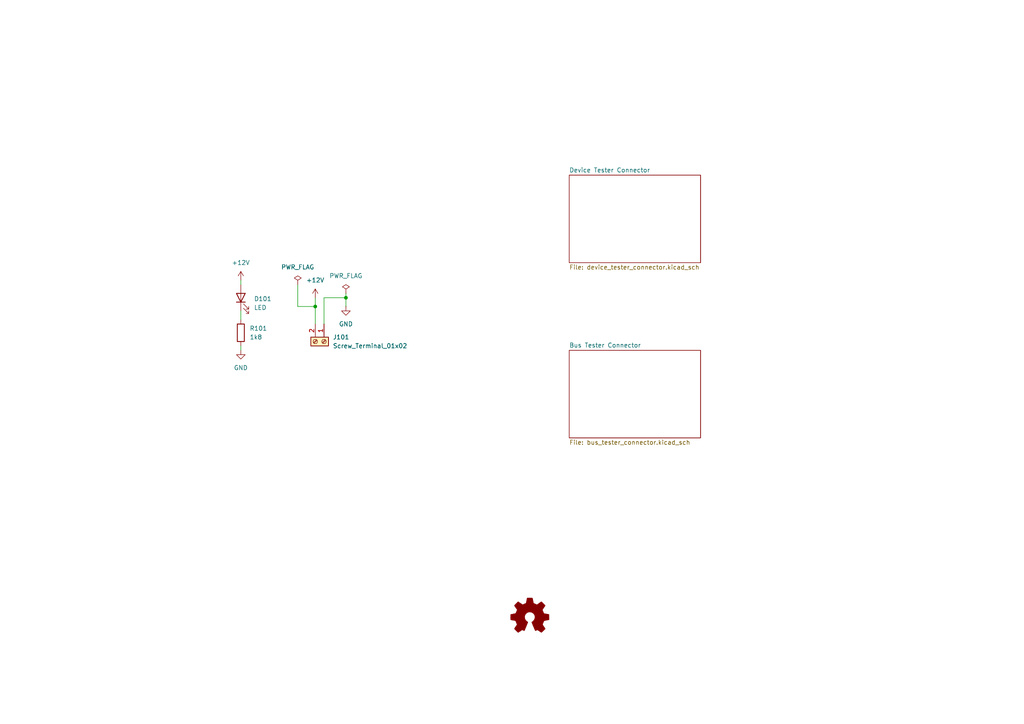
<source format=kicad_sch>
(kicad_sch (version 20231120) (generator "eeschema") (generator_version "8.0")
  (paper "A4")
  (title_block (title "Device Tester") (rev "<<HASH>>") (company "Amateurfunkclub für Remote Stationen"))
  (lib_symbols
    (symbol "Connector:Screw_Terminal_01x02" (pin_names (offset 1.016) hide)
      (property "Reference" "J" (at 0 2.54 0))
      (property "Value" "Screw_Terminal_01x02" (at 0 -5.08 0))
      (symbol "Screw_Terminal_01x02_1_1"
        (rectangle (start -1.27 1.27) (end 1.27 -3.81) (stroke (width 0.254)) (fill (type background)))
        (circle (center 0 -2.54) (radius 0.635) (stroke (width 0.1524)))
        (polyline (pts (xy -0.5334 -2.2098) (xy 0.3302 -3.048)) (stroke (width 0.1524)))
        (polyline (pts (xy -0.5334 0.3302) (xy 0.3302 -0.508)) (stroke (width 0.1524)))
        (polyline (pts (xy -0.3556 -2.032) (xy 0.508 -2.8702)) (stroke (width 0.1524)))
        (polyline (pts (xy -0.3556 0.508) (xy 0.508 -0.3302)) (stroke (width 0.1524)))
        (circle (center 0 0) (radius 0.635) (stroke (width 0.1524)))
        (pin passive line (at -5.08 0 0) (length 3.81) (name "Pin_1") (number "1"))
        (pin passive line (at -5.08 -2.54 0) (length 3.81) (name "Pin_2") (number "2"))
      )
    )
    (symbol "Device:LED" (pin_numbers hide) (pin_names (offset 1.016) hide)
      (property "Reference" "D" (at 0 2.54 0))
      (property "Value" "LED" (at 0 -2.54 0))
      (symbol "LED_0_1"
        (polyline (pts (xy -1.27 -1.27) (xy -1.27 1.27)) (stroke (width 0.254)))
        (polyline (pts (xy -1.27 0) (xy 1.27 0)))
        (polyline (pts (xy 1.27 -1.27) (xy 1.27 1.27) (xy -1.27 0) (xy 1.27 -1.27)) (stroke (width 0.254)))
        (polyline (pts (xy -3.048 -0.762) (xy -4.572 -2.286) (xy -3.81 -2.286) (xy -4.572 -2.286) (xy -4.572 -1.524)))
        (polyline (pts (xy -1.778 -0.762) (xy -3.302 -2.286) (xy -2.54 -2.286) (xy -3.302 -2.286) (xy -3.302 -1.524)))
      )
      (symbol "LED_1_1"
        (pin passive line (at -3.81 0 0) (length 2.54) (name "K") (number "1"))
        (pin passive line (at 3.81 0 180) (length 2.54) (name "A") (number "2"))
      )
    )
    (symbol "Device:R" (pin_numbers hide) (pin_names (offset 0))
      (property "Reference" "R" (at 2.032 0 90))
      (property "Value" "R" (at 0 0 90))
      (symbol "R_0_1"
        (rectangle (start -1.016 -2.54) (end 1.016 2.54) (stroke (width 0.254)))
      )
      (symbol "R_1_1"
        (pin passive line (at 0 3.81 270) (length 1.27) (name "~") (number "1"))
        (pin passive line (at 0 -3.81 90) (length 1.27) (name "~") (number "2"))
      )
    )
    (symbol "Graphic:Logo_Open_Hardware_Small" (in_bom no) (on_board no)
      (symbol "Logo_Open_Hardware_Small_0_1"
        (polyline (pts (xy 3.3528 -4.3434) (xy 3.302 -4.318) (xy 3.175 -4.2418) (xy 2.9972 -4.1148) (xy 2.7686 -3.9624) (xy 2.54 -3.81) (xy 2.3622 -3.7084) (xy 2.2352 -3.6068) (xy 2.1844 -3.5814) (xy 2.159 -3.6068) (xy 2.0574 -3.6576) (xy 1.905 -3.7338) (xy 1.8034 -3.7846) (xy 1.6764 -3.8354) (xy 1.6002 -3.8354) (xy 1.6002 -3.8354) (xy 1.5494 -3.7338) (xy 1.4732 -3.5306) (xy 1.3462 -3.302) (xy 1.2446 -3.0226) (xy 1.1176 -2.7178) (xy 0.9652 -2.413) (xy 0.8636 -2.1082) (xy 0.7366 -1.8288) (xy 0.6604 -1.6256) (xy 0.6096 -1.4732) (xy 0.5842 -1.397) (xy 0.5842 -1.397) (xy 0.6604 -1.3208) (xy 0.7874 -1.2446) (xy 1.0414 -1.016) (xy 1.2954 -0.6858) (xy 1.4478 -0.3302) (xy 1.524 0.0762) (xy 1.4732 0.4572) (xy 1.3208 0.8128) (xy 1.0668 1.143) (xy 0.762 1.3716) (xy 0.4064 1.524) (xy 0 1.5748) (xy -0.381 1.5494) (xy -0.7366 1.397) (xy -1.0668 1.143) (xy -1.2192 0.9906) (xy -1.397 0.6604) (xy -1.524 0.3048) (xy -1.524 0.2286) (xy -1.4986 -0.1778) (xy -1.397 -0.5334) (xy -1.1938 -0.8636) (xy -0.9144 -1.143) (xy -0.8636 -1.1684) (xy -0.7366 -1.27) (xy -0.635 -1.3462) (xy -0.5842 -1.397) (xy -1.0668 -2.5908) (xy -1.143 -2.794) (xy -1.2954 -3.1242) (xy -1.397 -3.4036) (xy -1.4986 -3.6322) (xy -1.5748 -3.7846) (xy -1.6002 -3.8354) (xy -1.6002 -3.8354) (xy -1.651 -3.8354) (xy -1.7272 -3.81) (xy -1.905 -3.7338) (xy -2.0066 -3.683) (xy -2.1336 -3.6068) (xy -2.2098 -3.5814) (xy -2.2606 -3.6068) (xy -2.3622 -3.683) (xy -2.54 -3.81) (xy -2.7686 -3.9624) (xy -2.9718 -4.0894) (xy -3.1496 -4.2164) (xy -3.302 -4.318) (xy -3.3528 -4.3434) (xy -3.3782 -4.3434) (xy -3.429 -4.318) (xy -3.5306 -4.2164) (xy -3.7084 -4.064) (xy -3.937 -3.8354) (xy -3.9624 -3.81) (xy -4.1656 -3.6068) (xy -4.318 -3.4544) (xy -4.4196 -3.3274) (xy -4.445 -3.2766) (xy -4.445 -3.2766) (xy -4.4196 -3.2258) (xy -4.318 -3.0734) (xy -4.2164 -2.8956) (xy -4.064 -2.667) (xy -3.6576 -2.0828) (xy -3.8862 -1.5494) (xy -3.937 -1.3716) (xy -4.0386 -1.1684) (xy -4.0894 -1.0414) (xy -4.1148 -0.9652) (xy -4.191 -0.9398) (xy -4.318 -0.9144) (xy -4.5466 -0.8636) (xy -4.8006 -0.8128) (xy -5.0546 -0.7874) (xy -5.2578 -0.7366) (xy -5.4356 -0.7112) (xy -5.5118 -0.6858) (xy -5.5118 -0.6858) (xy -5.5372 -0.635) (xy -5.5372 -0.5588) (xy -5.5372 -0.4318) (xy -5.5626 -0.2286) (xy -5.5626 0.0762) (xy -5.5626 0.127) (xy -5.5372 0.4064) (xy -5.5372 0.635) (xy -5.5372 0.762) (xy -5.5372 0.8382) (xy -5.5372 0.8382) (xy -5.461 0.8382) (xy -5.3086 0.889) (xy -5.08 0.9144) (xy -4.826 0.9652) (xy -4.8006 0.9906) (xy -4.5466 1.0414) (xy -4.318 1.0668) (xy -4.1656 1.1176) (xy -4.0894 1.143) (xy -4.0894 1.143) (xy -4.0386 1.2446) (xy -3.9624 1.4224) (xy -3.8608 1.6256) (xy -3.7846 1.8288) (xy -3.7084 2.0066) (xy -3.6576 2.159) (xy -3.6322 2.2098) (xy -3.6322 2.2098) (xy -3.683 2.286) (xy -3.7592 2.413) (xy -3.8862 2.5908) (xy -4.064 2.8194) (xy -4.064 2.8448) (xy -4.2164 3.0734) (xy -4.3434 3.2512) (xy -4.4196 3.3782) (xy -4.445 3.4544) (xy -4.445 3.4544) (xy -4.3942 3.5052) (xy -4.2926 3.6322) (xy -4.1148 3.81) (xy -3.937 4.0132) (xy -3.8608 4.064) (xy -3.6576 4.2926) (xy -3.5052 4.4196) (xy -3.4036 4.4958) (xy -3.3528 4.5212) (xy -3.3528 4.5212) (xy -3.302 4.4704) (xy -3.1496 4.3688) (xy -2.9718 4.2418) (xy -2.7432 4.0894) (xy -2.7178 4.0894) (xy -2.4892 3.937) (xy -2.3114 3.81) (xy -2.1844 3.7084) (xy -2.1336 3.683) (xy -2.1082 3.683) (xy -2.032 3.7084) (xy -1.8542 3.7592) (xy -1.6764 3.8354) (xy -1.4732 3.937) (xy -1.27 4.0132) (xy -1.143 4.064) (xy -1.0668 4.1148) (xy -1.0668 4.1148) (xy -1.0414 4.191) (xy -1.016 4.3434) (xy -0.9652 4.572) (xy -0.9144 4.8514) (xy -0.889 4.9022) (xy -0.8382 5.1562) (xy -0.8128 5.3848) (xy -0.7874 5.5372) (xy -0.762 5.588) (xy -0.7112 5.6134) (xy -0.5842 5.6134) (xy -0.4064 5.6134) (xy -0.1524 5.6134) (xy 0.0762 5.6134) (xy 0.3302 5.6134) (xy 0.5334 5.6134) (xy 0.6858 5.588) (xy 0.7366 5.588) (xy 0.7366 5.588) (xy 0.762 5.5118) (xy 0.8128 5.334) (xy 0.8382 5.1054) (xy 0.9144 4.826) (xy 0.9144 4.7752) (xy 0.9652 4.5212) (xy 1.016 4.2926) (xy 1.0414 4.1402) (xy 1.0668 4.0894) (xy 1.0668 4.0894) (xy 1.1938 4.0386) (xy 1.3716 3.9624) (xy 1.5748 3.8608) (xy 2.0828 3.6576) (xy 2.7178 4.0894) (xy 2.7686 4.1402) (xy 2.9972 4.2926) (xy 3.175 4.4196) (xy 3.302 4.4958) (xy 3.3782 4.5212) (xy 3.3782 4.5212) (xy 3.429 4.4704) (xy 3.556 4.3434) (xy 3.7338 4.191) (xy 3.9116 3.9878) (xy 4.064 3.8354) (xy 4.2418 3.6576) (xy 4.3434 3.556) (xy 4.4196 3.4798) (xy 4.4196 3.429) (xy 4.4196 3.4036) (xy 4.3942 3.3274) (xy 4.2926 3.2004) (xy 4.1656 2.9972) (xy 4.0132 2.794) (xy 3.8862 2.5908) (xy 3.7592 2.3876) (xy 3.6576 2.2352) (xy 3.6322 2.159) (xy 3.6322 2.1336) (xy 3.683 2.0066) (xy 3.7592 1.8288) (xy 3.8608 1.6002) (xy 4.064 1.1176) (xy 4.3942 1.0414) (xy 4.5974 1.016) (xy 4.8768 0.9652) (xy 5.1308 0.9144) (xy 5.5372 0.8382) (xy 5.5626 -0.6604) (xy 5.4864 -0.6858) (xy 5.4356 -0.6858) (xy 5.2832 -0.7366) (xy 5.0546 -0.762) (xy 4.8006 -0.8128) (xy 4.5974 -0.8636) (xy 4.3688 -0.9144) (xy 4.2164 -0.9398) (xy 4.1402 -0.9398) (xy 4.1148 -0.9652) (xy 4.064 -1.0668) (xy 3.9878 -1.2446) (xy 3.9116 -1.4478) (xy 3.81 -1.651) (xy 3.7338 -1.8542) (xy 3.683 -2.0066) (xy 3.6576 -2.0828) (xy 3.683 -2.1336) (xy 3.7846 -2.2606) (xy 3.8862 -2.4638) (xy 4.0386 -2.667) (xy 4.191 -2.8956) (xy 4.318 -3.0734) (xy 4.3942 -3.2004) (xy 4.445 -3.2766) (xy 4.4196 -3.3274) (xy 4.3434 -3.429) (xy 4.1656 -3.5814) (xy 3.937 -3.8354) (xy 3.8862 -3.8608) (xy 3.683 -4.064) (xy 3.5306 -4.2164) (xy 3.4036 -4.318) (xy 3.3528 -4.3434)) (fill (type outline)))
      )
    )
    (symbol "power:+12V" (power) (pin_numbers hide) (pin_names (offset 0) hide)
      (property "Value" "+12V" (at 0 3.556 0))
      (symbol "+12V_0_1"
        (polyline (pts (xy -0.762 1.27) (xy 0 2.54)))
        (polyline (pts (xy 0 0) (xy 0 2.54)))
        (polyline (pts (xy 0 2.54) (xy 0.762 1.27)))
      )
      (symbol "+12V_1_1"
        (pin power_in line (at 0 0 90) (length 0) (name "~") (number "1"))
      )
    )
    (symbol "power:GND" (power) (pin_numbers hide) (pin_names (offset 0) hide)
      (property "Value" "GND" (at 0 -3.81 0))
      (symbol "GND_0_1"
        (polyline (pts (xy 0 0) (xy 0 -1.27) (xy 1.27 -1.27) (xy 0 -2.54) (xy -1.27 -1.27) (xy 0 -1.27)))
      )
      (symbol "GND_1_1"
        (pin power_in line (at 0 0 270) (length 0) (name "~") (number "1"))
      )
    )
    (symbol "power:PWR_FLAG" (power) (pin_numbers hide) (pin_names (offset 0) hide)
      (property "Value" "PWR_FLAG" (at 0 3.81 0))
      (symbol "PWR_FLAG_0_0"
        (pin power_out line (at 0 0 90) (length 0) (name "~") (number "1"))
      )
      (symbol "PWR_FLAG_0_1"
        (polyline (pts (xy 0 0) (xy 0 1.27) (xy -1.016 1.905) (xy 0 2.54) (xy 1.016 1.905) (xy 0 1.27)))
      )
    )
  )
  (junction (at 100.33 86.36))
  (junction (at 91.44 88.9))
  (wire (pts (xy 91.44 88.9) (xy 91.44 93.98)))
  (wire (pts (xy 69.85 90.17) (xy 69.85 92.71)))
  (wire (pts (xy 86.36 88.9) (xy 91.44 88.9)))
  (wire (pts (xy 69.85 81.28) (xy 69.85 82.55)))
  (wire (pts (xy 69.85 100.33) (xy 69.85 101.6)))
  (wire (pts (xy 100.33 85.09) (xy 100.33 86.36)))
  (wire (pts (xy 100.33 86.36) (xy 100.33 88.9)))
  (wire (pts (xy 91.44 86.36) (xy 91.44 88.9)))
  (wire (pts (xy 86.36 82.55) (xy 86.36 88.9)))
  (wire (pts (xy 93.98 86.36) (xy 100.33 86.36)))
  (wire (pts (xy 93.98 93.98) (xy 93.98 86.36)))
  (symbol (lib_id "power:GND") (at 100.33 88.9 0) (unit 1)
    (property "Reference" "#PWR0104" (effects (hide yes)))
    (property "Value" "GND" (at 100.33 93.98 0))
    (property "Description" "Power symbol creates a global label with name \"GND\" , ground" (effects (hide yes)))
  )
  (symbol (lib_id "power:PWR_FLAG") (at 100.33 85.09 0) (unit 1)
    (property "Reference" "#FLG0102" (effects (hide yes)))
    (property "Value" "PWR_FLAG" (at 100.33 80.01 0))
    (property "Description" "Special symbol for telling ERC where power comes from" (effects (hide yes)))
  )
  (symbol (lib_id "power:GND") (at 69.85 101.6 0) (unit 1)
    (property "Reference" "#PWR0102" (effects (hide yes)))
    (property "Value" "GND" (at 69.85 106.68 0))
    (property "Description" "Power symbol creates a global label with name \"GND\" , ground" (effects (hide yes)))
  )
  (symbol (lib_id "power:+12V") (at 69.85 81.28 0) (unit 1)
    (property "Reference" "#PWR0101" (effects (hide yes)))
    (property "Value" "+12V" (at 69.85 76.2 0))
    (property "Description" "Power symbol creates a global label with name \"+12V\"" (effects (hide yes)))
  )
  (symbol (lib_id "power:PWR_FLAG") (at 86.36 82.55 0) (unit 1)
    (property "Reference" "#FLG0101" (effects (hide yes)))
    (property "Value" "PWR_FLAG" (at 86.36 77.47 0))
    (property "Description" "Special symbol for telling ERC where power comes from" (effects (hide yes)))
  )
  (symbol (lib_id "Connector:Screw_Terminal_01x02") (at 93.98 99.06 270) (unit 1)
    (property "Reference" "J101" (at 96.52 97.7899 90) (effects (justify left)))
    (property "Value" "Screw_Terminal_01x02" (at 96.52 100.3299 90) (effects (justify left)))
    (property "Footprint" "TerminalBlock_Phoenix:TerminalBlock_Phoenix_MKDS-1,5-2_1x02_P5.00mm_Horizontal" (effects (hide yes)))
    (property "Description" "Generic screw terminal, single row, 01x02, script generated (kicad-library-utils/schlib/autogen/connector/)" (effects (hide yes)))
  )
  (symbol (lib_id "power:+12V") (at 91.44 86.36 0) (unit 1)
    (property "Reference" "#PWR0103" (effects (hide yes)))
    (property "Value" "+12V" (at 91.44 81.28 0))
    (property "Description" "Power symbol creates a global label with name \"+12V\"" (effects (hide yes)))
  )
  (symbol (lib_id "Device:LED") (at 69.85 86.36 90) (unit 1)
    (property "Reference" "D101" (at 73.66 86.6774 90) (effects (justify right)))
    (property "Value" "LED" (at 73.66 89.2174 90) (effects (justify right)))
    (property "Footprint" "LED_SMD:LED_0805_2012Metric" (effects (hide yes)))
    (property "Description" "Light emitting diode" (effects (hide yes)))
  )
  (symbol (lib_id "Graphic:Logo_Open_Hardware_Small") (at 153.67 179.07 0) (unit 1) (exclude_from_sim yes) (in_bom no)
    (property "Reference" "#SYM101" (effects (hide yes)))
    (property "Value" "Logo_Open_Hardware_Small" (effects (hide yes)))
    (property "Footprint" "Symbol:OSHW-Logo_7.5x8mm_SilkScreen" (effects (hide yes)))
    (property "Description" "Open Hardware logo, small" (effects (hide yes)))
  )
  (symbol (lib_id "Device:R") (at 69.85 96.52 0) (unit 1)
    (property "Reference" "R101" (at 72.39 95.2499 0) (effects (justify left)))
    (property "Value" "1k8" (at 72.39 97.7899 0) (effects (justify left)))
    (property "Footprint" "Resistor_SMD:R_0805_2012Metric" (effects (hide yes)))
    (property "Description" "Resistor" (effects (hide yes)))
  )
  (sheet (at 165.1 50.8) (size 38.1 25.4) (stroke (width 0.1524))
    (property "Sheetname" "Device Tester Connector" (at 165.1 50.0884 0) (effects (justify left bottom)))
    (property "Sheetfile" "device_tester_connector.kicad_sch" (at 165.1 76.7846 0) (effects (justify left top)))
  )
  (sheet (at 165.1 101.6) (size 38.1 25.4) (stroke (width 0.1524))
    (property "Sheetname" "Bus Tester Connector" (at 165.1 100.8884 0) (effects (justify left bottom)))
    (property "Sheetfile" "bus_tester_connector.kicad_sch" (at 165.1 127.5846 0) (effects (justify left top)))
  )
)
</source>
